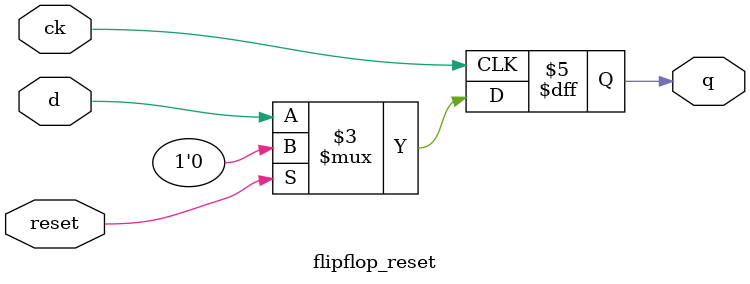
<source format=v>


/* andiamo a creare un flip flop d con il reset
il reset puo essere quindi o sincrono o asincrono
sincrono-> in corrispondenza del fronte di salita del clock l'uscita si porta bassa
asincrono invece significa che nel momento in cui il reset è alto, l'uscita si porta bassa

*/

module flipflop_reset ( d, ck, q, reset);

input d, ck, reset;
output q;

wire d, ck, reset;
reg q;


always @(posedge ck)
begin 

if (reset)
 q<= 1'b0;
 
 else
 
  q<=d;
  
  






end
endmodule 
</source>
